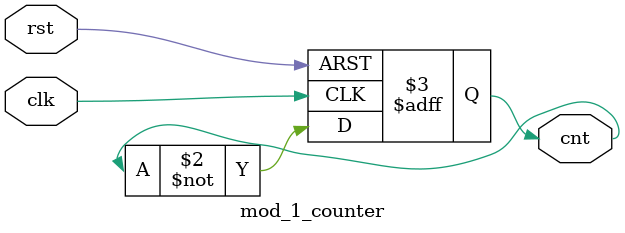
<source format=v>
module mod_1_counter (clk, rst, cnt);
  input     		clk, rst;
  output	cnt;
  reg	cnt;

	always @(posedge clk or posedge rst) begin
		if (rst) cnt <= 0;
		else
		cnt <= ~cnt;
	end

endmodule

</source>
